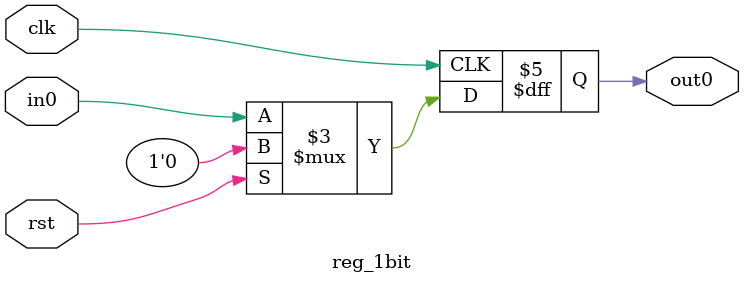
<source format=v>
`timescale 1ns / 1ps

// Revision :
// (09/03/2022) Zulfikar    : add multiple clock register by cascading the base register 
// (12/03/2022) Zulfikar    : add the initial condition when reset signal is set to high 
//////////////////////////////////////////////////////////////////////////////////

module reg_32bit(
    input wire clk, rst,
    input wire [31:0] in0,
    output reg [31:0] out0
    );
    //reg [31:0] temp;
    always@(posedge clk) begin
        if (rst) begin
            out0 <= 32'h0000_0000;
        end else begin
            out0 <= in0;
        end
    end
endmodule

module reg_3bit(
    input wire clk, rst,
    input wire [2:0] in0,
    output reg [2:0] out0
    );
    //reg [31:0] temp;
    always@(posedge clk) begin
        if (rst) begin
            out0 <= 2'b000;
        end else begin
            out0 <= in0;
        end
    end
endmodule

module reg_2bit(
    input wire clk, rst,
    input wire [1:0] in0,
    output reg [1:0] out0
    );
    //reg [31:0] temp;
    always@(posedge clk) begin
        if (rst) begin
            out0 <= 2'b00;
        end else begin
            out0 <= in0;
        end
    end
endmodule

module reg_1bit(
    input wire clk, rst,
    input wire in0,
    output reg out0
    );
    //reg [31:0] temp;
    always@(posedge clk) begin
        if (rst) begin
            out0 <= 1'b0;
        end else begin
            out0 <= in0;
        end
    end
endmodule
</source>
